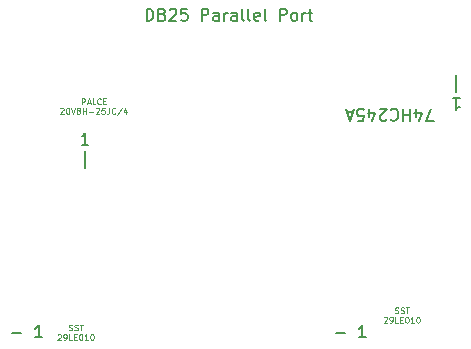
<source format=gbr>
%TF.GenerationSoftware,KiCad,Pcbnew,(6.0.2)*%
%TF.CreationDate,2022-05-14T16:30:45-05:00*%
%TF.ProjectId,REF1156 Mod 1110,52454631-3135-4362-904d-6f6420313131,rev?*%
%TF.SameCoordinates,Original*%
%TF.FileFunction,Legend,Top*%
%TF.FilePolarity,Positive*%
%FSLAX46Y46*%
G04 Gerber Fmt 4.6, Leading zero omitted, Abs format (unit mm)*
G04 Created by KiCad (PCBNEW (6.0.2)) date 2022-05-14 16:30:45*
%MOMM*%
%LPD*%
G01*
G04 APERTURE LIST*
%ADD10C,0.150000*%
%ADD11C,0.125000*%
G04 APERTURE END LIST*
D10*
X140405619Y-81962380D02*
X140405619Y-80962380D01*
X140643714Y-80962380D01*
X140786571Y-81010000D01*
X140881809Y-81105238D01*
X140929428Y-81200476D01*
X140977047Y-81390952D01*
X140977047Y-81533809D01*
X140929428Y-81724285D01*
X140881809Y-81819523D01*
X140786571Y-81914761D01*
X140643714Y-81962380D01*
X140405619Y-81962380D01*
X141738952Y-81438571D02*
X141881809Y-81486190D01*
X141929428Y-81533809D01*
X141977047Y-81629047D01*
X141977047Y-81771904D01*
X141929428Y-81867142D01*
X141881809Y-81914761D01*
X141786571Y-81962380D01*
X141405619Y-81962380D01*
X141405619Y-80962380D01*
X141738952Y-80962380D01*
X141834190Y-81010000D01*
X141881809Y-81057619D01*
X141929428Y-81152857D01*
X141929428Y-81248095D01*
X141881809Y-81343333D01*
X141834190Y-81390952D01*
X141738952Y-81438571D01*
X141405619Y-81438571D01*
X142358000Y-81057619D02*
X142405619Y-81010000D01*
X142500857Y-80962380D01*
X142738952Y-80962380D01*
X142834190Y-81010000D01*
X142881809Y-81057619D01*
X142929428Y-81152857D01*
X142929428Y-81248095D01*
X142881809Y-81390952D01*
X142310380Y-81962380D01*
X142929428Y-81962380D01*
X143834190Y-80962380D02*
X143358000Y-80962380D01*
X143310380Y-81438571D01*
X143358000Y-81390952D01*
X143453238Y-81343333D01*
X143691333Y-81343333D01*
X143786571Y-81390952D01*
X143834190Y-81438571D01*
X143881809Y-81533809D01*
X143881809Y-81771904D01*
X143834190Y-81867142D01*
X143786571Y-81914761D01*
X143691333Y-81962380D01*
X143453238Y-81962380D01*
X143358000Y-81914761D01*
X143310380Y-81867142D01*
X145072285Y-81962380D02*
X145072285Y-80962380D01*
X145453238Y-80962380D01*
X145548476Y-81010000D01*
X145596095Y-81057619D01*
X145643714Y-81152857D01*
X145643714Y-81295714D01*
X145596095Y-81390952D01*
X145548476Y-81438571D01*
X145453238Y-81486190D01*
X145072285Y-81486190D01*
X146500857Y-81962380D02*
X146500857Y-81438571D01*
X146453238Y-81343333D01*
X146358000Y-81295714D01*
X146167523Y-81295714D01*
X146072285Y-81343333D01*
X146500857Y-81914761D02*
X146405619Y-81962380D01*
X146167523Y-81962380D01*
X146072285Y-81914761D01*
X146024666Y-81819523D01*
X146024666Y-81724285D01*
X146072285Y-81629047D01*
X146167523Y-81581428D01*
X146405619Y-81581428D01*
X146500857Y-81533809D01*
X146977047Y-81962380D02*
X146977047Y-81295714D01*
X146977047Y-81486190D02*
X147024666Y-81390952D01*
X147072285Y-81343333D01*
X147167523Y-81295714D01*
X147262761Y-81295714D01*
X148024666Y-81962380D02*
X148024666Y-81438571D01*
X147977047Y-81343333D01*
X147881809Y-81295714D01*
X147691333Y-81295714D01*
X147596095Y-81343333D01*
X148024666Y-81914761D02*
X147929428Y-81962380D01*
X147691333Y-81962380D01*
X147596095Y-81914761D01*
X147548476Y-81819523D01*
X147548476Y-81724285D01*
X147596095Y-81629047D01*
X147691333Y-81581428D01*
X147929428Y-81581428D01*
X148024666Y-81533809D01*
X148643714Y-81962380D02*
X148548476Y-81914761D01*
X148500857Y-81819523D01*
X148500857Y-80962380D01*
X149167523Y-81962380D02*
X149072285Y-81914761D01*
X149024666Y-81819523D01*
X149024666Y-80962380D01*
X149929428Y-81914761D02*
X149834190Y-81962380D01*
X149643714Y-81962380D01*
X149548476Y-81914761D01*
X149500857Y-81819523D01*
X149500857Y-81438571D01*
X149548476Y-81343333D01*
X149643714Y-81295714D01*
X149834190Y-81295714D01*
X149929428Y-81343333D01*
X149977047Y-81438571D01*
X149977047Y-81533809D01*
X149500857Y-81629047D01*
X150548476Y-81962380D02*
X150453238Y-81914761D01*
X150405619Y-81819523D01*
X150405619Y-80962380D01*
X151691333Y-81962380D02*
X151691333Y-80962380D01*
X152072285Y-80962380D01*
X152167523Y-81010000D01*
X152215142Y-81057619D01*
X152262761Y-81152857D01*
X152262761Y-81295714D01*
X152215142Y-81390952D01*
X152167523Y-81438571D01*
X152072285Y-81486190D01*
X151691333Y-81486190D01*
X152834190Y-81962380D02*
X152738952Y-81914761D01*
X152691333Y-81867142D01*
X152643714Y-81771904D01*
X152643714Y-81486190D01*
X152691333Y-81390952D01*
X152738952Y-81343333D01*
X152834190Y-81295714D01*
X152977047Y-81295714D01*
X153072285Y-81343333D01*
X153119904Y-81390952D01*
X153167523Y-81486190D01*
X153167523Y-81771904D01*
X153119904Y-81867142D01*
X153072285Y-81914761D01*
X152977047Y-81962380D01*
X152834190Y-81962380D01*
X153596095Y-81962380D02*
X153596095Y-81295714D01*
X153596095Y-81486190D02*
X153643714Y-81390952D01*
X153691333Y-81343333D01*
X153786571Y-81295714D01*
X153881809Y-81295714D01*
X154072285Y-81295714D02*
X154453238Y-81295714D01*
X154215142Y-80962380D02*
X154215142Y-81819523D01*
X154262761Y-81914761D01*
X154358000Y-81962380D01*
X154453238Y-81962380D01*
X164706476Y-90421619D02*
X164039809Y-90421619D01*
X164468380Y-89421619D01*
X163230285Y-90088285D02*
X163230285Y-89421619D01*
X163468380Y-90469238D02*
X163706476Y-89754952D01*
X163087428Y-89754952D01*
X162706476Y-89421619D02*
X162706476Y-90421619D01*
X162706476Y-89945428D02*
X162135047Y-89945428D01*
X162135047Y-89421619D02*
X162135047Y-90421619D01*
X161087428Y-89516857D02*
X161135047Y-89469238D01*
X161277904Y-89421619D01*
X161373142Y-89421619D01*
X161516000Y-89469238D01*
X161611238Y-89564476D01*
X161658857Y-89659714D01*
X161706476Y-89850190D01*
X161706476Y-89993047D01*
X161658857Y-90183523D01*
X161611238Y-90278761D01*
X161516000Y-90374000D01*
X161373142Y-90421619D01*
X161277904Y-90421619D01*
X161135047Y-90374000D01*
X161087428Y-90326380D01*
X160706476Y-90326380D02*
X160658857Y-90374000D01*
X160563619Y-90421619D01*
X160325523Y-90421619D01*
X160230285Y-90374000D01*
X160182666Y-90326380D01*
X160135047Y-90231142D01*
X160135047Y-90135904D01*
X160182666Y-89993047D01*
X160754095Y-89421619D01*
X160135047Y-89421619D01*
X159277904Y-90088285D02*
X159277904Y-89421619D01*
X159516000Y-90469238D02*
X159754095Y-89754952D01*
X159135047Y-89754952D01*
X158277904Y-90421619D02*
X158754095Y-90421619D01*
X158801714Y-89945428D01*
X158754095Y-89993047D01*
X158658857Y-90040666D01*
X158420761Y-90040666D01*
X158325523Y-89993047D01*
X158277904Y-89945428D01*
X158230285Y-89850190D01*
X158230285Y-89612095D01*
X158277904Y-89516857D01*
X158325523Y-89469238D01*
X158420761Y-89421619D01*
X158658857Y-89421619D01*
X158754095Y-89469238D01*
X158801714Y-89516857D01*
X157849333Y-89707333D02*
X157373142Y-89707333D01*
X157944571Y-89421619D02*
X157611238Y-90421619D01*
X157277904Y-89421619D01*
D11*
X161444571Y-106711880D02*
X161516000Y-106735690D01*
X161635047Y-106735690D01*
X161682666Y-106711880D01*
X161706476Y-106688071D01*
X161730285Y-106640452D01*
X161730285Y-106592833D01*
X161706476Y-106545214D01*
X161682666Y-106521404D01*
X161635047Y-106497595D01*
X161539809Y-106473785D01*
X161492190Y-106449976D01*
X161468380Y-106426166D01*
X161444571Y-106378547D01*
X161444571Y-106330928D01*
X161468380Y-106283309D01*
X161492190Y-106259500D01*
X161539809Y-106235690D01*
X161658857Y-106235690D01*
X161730285Y-106259500D01*
X161920761Y-106711880D02*
X161992190Y-106735690D01*
X162111238Y-106735690D01*
X162158857Y-106711880D01*
X162182666Y-106688071D01*
X162206476Y-106640452D01*
X162206476Y-106592833D01*
X162182666Y-106545214D01*
X162158857Y-106521404D01*
X162111238Y-106497595D01*
X162016000Y-106473785D01*
X161968380Y-106449976D01*
X161944571Y-106426166D01*
X161920761Y-106378547D01*
X161920761Y-106330928D01*
X161944571Y-106283309D01*
X161968380Y-106259500D01*
X162016000Y-106235690D01*
X162135047Y-106235690D01*
X162206476Y-106259500D01*
X162349333Y-106235690D02*
X162635047Y-106235690D01*
X162492190Y-106735690D02*
X162492190Y-106235690D01*
X160492190Y-107088309D02*
X160516000Y-107064500D01*
X160563619Y-107040690D01*
X160682666Y-107040690D01*
X160730285Y-107064500D01*
X160754095Y-107088309D01*
X160777904Y-107135928D01*
X160777904Y-107183547D01*
X160754095Y-107254976D01*
X160468380Y-107540690D01*
X160777904Y-107540690D01*
X161016000Y-107540690D02*
X161111238Y-107540690D01*
X161158857Y-107516880D01*
X161182666Y-107493071D01*
X161230285Y-107421642D01*
X161254095Y-107326404D01*
X161254095Y-107135928D01*
X161230285Y-107088309D01*
X161206476Y-107064500D01*
X161158857Y-107040690D01*
X161063619Y-107040690D01*
X161016000Y-107064500D01*
X160992190Y-107088309D01*
X160968380Y-107135928D01*
X160968380Y-107254976D01*
X160992190Y-107302595D01*
X161016000Y-107326404D01*
X161063619Y-107350214D01*
X161158857Y-107350214D01*
X161206476Y-107326404D01*
X161230285Y-107302595D01*
X161254095Y-107254976D01*
X161706476Y-107540690D02*
X161468380Y-107540690D01*
X161468380Y-107040690D01*
X161873142Y-107278785D02*
X162039809Y-107278785D01*
X162111238Y-107540690D02*
X161873142Y-107540690D01*
X161873142Y-107040690D01*
X162111238Y-107040690D01*
X162420761Y-107040690D02*
X162468380Y-107040690D01*
X162516000Y-107064500D01*
X162539809Y-107088309D01*
X162563619Y-107135928D01*
X162587428Y-107231166D01*
X162587428Y-107350214D01*
X162563619Y-107445452D01*
X162539809Y-107493071D01*
X162516000Y-107516880D01*
X162468380Y-107540690D01*
X162420761Y-107540690D01*
X162373142Y-107516880D01*
X162349333Y-107493071D01*
X162325523Y-107445452D01*
X162301714Y-107350214D01*
X162301714Y-107231166D01*
X162325523Y-107135928D01*
X162349333Y-107088309D01*
X162373142Y-107064500D01*
X162420761Y-107040690D01*
X163063619Y-107540690D02*
X162777904Y-107540690D01*
X162920761Y-107540690D02*
X162920761Y-107040690D01*
X162873142Y-107112119D01*
X162825523Y-107159738D01*
X162777904Y-107183547D01*
X163373142Y-107040690D02*
X163420761Y-107040690D01*
X163468380Y-107064500D01*
X163492190Y-107088309D01*
X163516000Y-107135928D01*
X163539809Y-107231166D01*
X163539809Y-107350214D01*
X163516000Y-107445452D01*
X163492190Y-107493071D01*
X163468380Y-107516880D01*
X163420761Y-107540690D01*
X163373142Y-107540690D01*
X163325523Y-107516880D01*
X163301714Y-107493071D01*
X163277904Y-107445452D01*
X163254095Y-107350214D01*
X163254095Y-107231166D01*
X163277904Y-107135928D01*
X163301714Y-107088309D01*
X163325523Y-107064500D01*
X163373142Y-107040690D01*
X133827571Y-108164880D02*
X133899000Y-108188690D01*
X134018047Y-108188690D01*
X134065666Y-108164880D01*
X134089476Y-108141071D01*
X134113285Y-108093452D01*
X134113285Y-108045833D01*
X134089476Y-107998214D01*
X134065666Y-107974404D01*
X134018047Y-107950595D01*
X133922809Y-107926785D01*
X133875190Y-107902976D01*
X133851380Y-107879166D01*
X133827571Y-107831547D01*
X133827571Y-107783928D01*
X133851380Y-107736309D01*
X133875190Y-107712500D01*
X133922809Y-107688690D01*
X134041857Y-107688690D01*
X134113285Y-107712500D01*
X134303761Y-108164880D02*
X134375190Y-108188690D01*
X134494238Y-108188690D01*
X134541857Y-108164880D01*
X134565666Y-108141071D01*
X134589476Y-108093452D01*
X134589476Y-108045833D01*
X134565666Y-107998214D01*
X134541857Y-107974404D01*
X134494238Y-107950595D01*
X134399000Y-107926785D01*
X134351380Y-107902976D01*
X134327571Y-107879166D01*
X134303761Y-107831547D01*
X134303761Y-107783928D01*
X134327571Y-107736309D01*
X134351380Y-107712500D01*
X134399000Y-107688690D01*
X134518047Y-107688690D01*
X134589476Y-107712500D01*
X134732333Y-107688690D02*
X135018047Y-107688690D01*
X134875190Y-108188690D02*
X134875190Y-107688690D01*
X132875190Y-108541309D02*
X132899000Y-108517500D01*
X132946619Y-108493690D01*
X133065666Y-108493690D01*
X133113285Y-108517500D01*
X133137095Y-108541309D01*
X133160904Y-108588928D01*
X133160904Y-108636547D01*
X133137095Y-108707976D01*
X132851380Y-108993690D01*
X133160904Y-108993690D01*
X133399000Y-108993690D02*
X133494238Y-108993690D01*
X133541857Y-108969880D01*
X133565666Y-108946071D01*
X133613285Y-108874642D01*
X133637095Y-108779404D01*
X133637095Y-108588928D01*
X133613285Y-108541309D01*
X133589476Y-108517500D01*
X133541857Y-108493690D01*
X133446619Y-108493690D01*
X133399000Y-108517500D01*
X133375190Y-108541309D01*
X133351380Y-108588928D01*
X133351380Y-108707976D01*
X133375190Y-108755595D01*
X133399000Y-108779404D01*
X133446619Y-108803214D01*
X133541857Y-108803214D01*
X133589476Y-108779404D01*
X133613285Y-108755595D01*
X133637095Y-108707976D01*
X134089476Y-108993690D02*
X133851380Y-108993690D01*
X133851380Y-108493690D01*
X134256142Y-108731785D02*
X134422809Y-108731785D01*
X134494238Y-108993690D02*
X134256142Y-108993690D01*
X134256142Y-108493690D01*
X134494238Y-108493690D01*
X134803761Y-108493690D02*
X134851380Y-108493690D01*
X134899000Y-108517500D01*
X134922809Y-108541309D01*
X134946619Y-108588928D01*
X134970428Y-108684166D01*
X134970428Y-108803214D01*
X134946619Y-108898452D01*
X134922809Y-108946071D01*
X134899000Y-108969880D01*
X134851380Y-108993690D01*
X134803761Y-108993690D01*
X134756142Y-108969880D01*
X134732333Y-108946071D01*
X134708523Y-108898452D01*
X134684714Y-108803214D01*
X134684714Y-108684166D01*
X134708523Y-108588928D01*
X134732333Y-108541309D01*
X134756142Y-108517500D01*
X134803761Y-108493690D01*
X135446619Y-108993690D02*
X135160904Y-108993690D01*
X135303761Y-108993690D02*
X135303761Y-108493690D01*
X135256142Y-108565119D01*
X135208523Y-108612738D01*
X135160904Y-108636547D01*
X135756142Y-108493690D02*
X135803761Y-108493690D01*
X135851380Y-108517500D01*
X135875190Y-108541309D01*
X135899000Y-108588928D01*
X135922809Y-108684166D01*
X135922809Y-108803214D01*
X135899000Y-108898452D01*
X135875190Y-108946071D01*
X135851380Y-108969880D01*
X135803761Y-108993690D01*
X135756142Y-108993690D01*
X135708523Y-108969880D01*
X135684714Y-108946071D01*
X135660904Y-108898452D01*
X135637095Y-108803214D01*
X135637095Y-108684166D01*
X135660904Y-108588928D01*
X135684714Y-108541309D01*
X135708523Y-108517500D01*
X135756142Y-108493690D01*
X134907190Y-89044690D02*
X134907190Y-88544690D01*
X135097666Y-88544690D01*
X135145285Y-88568500D01*
X135169095Y-88592309D01*
X135192904Y-88639928D01*
X135192904Y-88711357D01*
X135169095Y-88758976D01*
X135145285Y-88782785D01*
X135097666Y-88806595D01*
X134907190Y-88806595D01*
X135383380Y-88901833D02*
X135621476Y-88901833D01*
X135335761Y-89044690D02*
X135502428Y-88544690D01*
X135669095Y-89044690D01*
X136073857Y-89044690D02*
X135835761Y-89044690D01*
X135835761Y-88544690D01*
X136526238Y-88997071D02*
X136502428Y-89020880D01*
X136431000Y-89044690D01*
X136383380Y-89044690D01*
X136311952Y-89020880D01*
X136264333Y-88973261D01*
X136240523Y-88925642D01*
X136216714Y-88830404D01*
X136216714Y-88758976D01*
X136240523Y-88663738D01*
X136264333Y-88616119D01*
X136311952Y-88568500D01*
X136383380Y-88544690D01*
X136431000Y-88544690D01*
X136502428Y-88568500D01*
X136526238Y-88592309D01*
X136740523Y-88782785D02*
X136907190Y-88782785D01*
X136978619Y-89044690D02*
X136740523Y-89044690D01*
X136740523Y-88544690D01*
X136978619Y-88544690D01*
X133109571Y-89397309D02*
X133133380Y-89373500D01*
X133181000Y-89349690D01*
X133300047Y-89349690D01*
X133347666Y-89373500D01*
X133371476Y-89397309D01*
X133395285Y-89444928D01*
X133395285Y-89492547D01*
X133371476Y-89563976D01*
X133085761Y-89849690D01*
X133395285Y-89849690D01*
X133704809Y-89349690D02*
X133752428Y-89349690D01*
X133800047Y-89373500D01*
X133823857Y-89397309D01*
X133847666Y-89444928D01*
X133871476Y-89540166D01*
X133871476Y-89659214D01*
X133847666Y-89754452D01*
X133823857Y-89802071D01*
X133800047Y-89825880D01*
X133752428Y-89849690D01*
X133704809Y-89849690D01*
X133657190Y-89825880D01*
X133633380Y-89802071D01*
X133609571Y-89754452D01*
X133585761Y-89659214D01*
X133585761Y-89540166D01*
X133609571Y-89444928D01*
X133633380Y-89397309D01*
X133657190Y-89373500D01*
X133704809Y-89349690D01*
X134014333Y-89349690D02*
X134181000Y-89849690D01*
X134347666Y-89349690D01*
X134585761Y-89563976D02*
X134538142Y-89540166D01*
X134514333Y-89516357D01*
X134490523Y-89468738D01*
X134490523Y-89444928D01*
X134514333Y-89397309D01*
X134538142Y-89373500D01*
X134585761Y-89349690D01*
X134681000Y-89349690D01*
X134728619Y-89373500D01*
X134752428Y-89397309D01*
X134776238Y-89444928D01*
X134776238Y-89468738D01*
X134752428Y-89516357D01*
X134728619Y-89540166D01*
X134681000Y-89563976D01*
X134585761Y-89563976D01*
X134538142Y-89587785D01*
X134514333Y-89611595D01*
X134490523Y-89659214D01*
X134490523Y-89754452D01*
X134514333Y-89802071D01*
X134538142Y-89825880D01*
X134585761Y-89849690D01*
X134681000Y-89849690D01*
X134728619Y-89825880D01*
X134752428Y-89802071D01*
X134776238Y-89754452D01*
X134776238Y-89659214D01*
X134752428Y-89611595D01*
X134728619Y-89587785D01*
X134681000Y-89563976D01*
X134990523Y-89849690D02*
X134990523Y-89349690D01*
X134990523Y-89587785D02*
X135276238Y-89587785D01*
X135276238Y-89849690D02*
X135276238Y-89349690D01*
X135514333Y-89659214D02*
X135895285Y-89659214D01*
X136109571Y-89397309D02*
X136133380Y-89373500D01*
X136181000Y-89349690D01*
X136300047Y-89349690D01*
X136347666Y-89373500D01*
X136371476Y-89397309D01*
X136395285Y-89444928D01*
X136395285Y-89492547D01*
X136371476Y-89563976D01*
X136085761Y-89849690D01*
X136395285Y-89849690D01*
X136847666Y-89349690D02*
X136609571Y-89349690D01*
X136585761Y-89587785D01*
X136609571Y-89563976D01*
X136657190Y-89540166D01*
X136776238Y-89540166D01*
X136823857Y-89563976D01*
X136847666Y-89587785D01*
X136871476Y-89635404D01*
X136871476Y-89754452D01*
X136847666Y-89802071D01*
X136823857Y-89825880D01*
X136776238Y-89849690D01*
X136657190Y-89849690D01*
X136609571Y-89825880D01*
X136585761Y-89802071D01*
X137228619Y-89349690D02*
X137228619Y-89706833D01*
X137204809Y-89778261D01*
X137157190Y-89825880D01*
X137085761Y-89849690D01*
X137038142Y-89849690D01*
X137752428Y-89802071D02*
X137728619Y-89825880D01*
X137657190Y-89849690D01*
X137609571Y-89849690D01*
X137538142Y-89825880D01*
X137490523Y-89778261D01*
X137466714Y-89730642D01*
X137442904Y-89635404D01*
X137442904Y-89563976D01*
X137466714Y-89468738D01*
X137490523Y-89421119D01*
X137538142Y-89373500D01*
X137609571Y-89349690D01*
X137657190Y-89349690D01*
X137728619Y-89373500D01*
X137752428Y-89397309D01*
X138323857Y-89325880D02*
X137895285Y-89968738D01*
X138704809Y-89516357D02*
X138704809Y-89849690D01*
X138585761Y-89325880D02*
X138466714Y-89683023D01*
X138776238Y-89683023D01*
D10*
X129024904Y-108374428D02*
X129786809Y-108374428D01*
X131548714Y-108755380D02*
X130977285Y-108755380D01*
X131263000Y-108755380D02*
X131263000Y-107755380D01*
X131167761Y-107898238D01*
X131072523Y-107993476D01*
X130977285Y-108041095D01*
X166333285Y-88536619D02*
X166904714Y-88536619D01*
X166619000Y-88536619D02*
X166619000Y-89536619D01*
X166714238Y-89393761D01*
X166809476Y-89298523D01*
X166904714Y-89250904D01*
X166619000Y-86593285D02*
X166619000Y-88021857D01*
X135477714Y-92452380D02*
X134906285Y-92452380D01*
X135192000Y-92452380D02*
X135192000Y-91452380D01*
X135096761Y-91595238D01*
X135001523Y-91690476D01*
X134906285Y-91738095D01*
X135192000Y-94395714D02*
X135192000Y-92967142D01*
X156430904Y-108384428D02*
X157192809Y-108384428D01*
X158954714Y-108765380D02*
X158383285Y-108765380D01*
X158669000Y-108765380D02*
X158669000Y-107765380D01*
X158573761Y-107908238D01*
X158478523Y-108003476D01*
X158383285Y-108051095D01*
M02*

</source>
